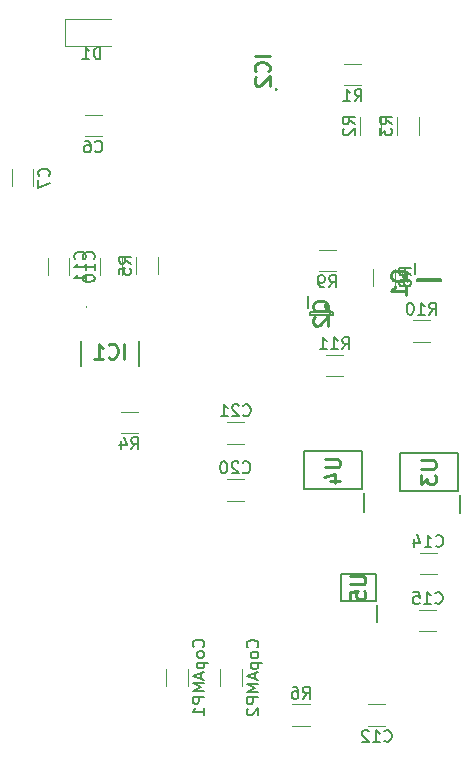
<source format=gbr>
%TF.GenerationSoftware,KiCad,Pcbnew,(5.1.12)-1*%
%TF.CreationDate,2021-12-15T12:49:01+01:00*%
%TF.ProjectId,HorseFOT_thomas_v1,486f7273-6546-44f5-945f-74686f6d6173,rev?*%
%TF.SameCoordinates,Original*%
%TF.FileFunction,Legend,Bot*%
%TF.FilePolarity,Positive*%
%FSLAX46Y46*%
G04 Gerber Fmt 4.6, Leading zero omitted, Abs format (unit mm)*
G04 Created by KiCad (PCBNEW (5.1.12)-1) date 2021-12-15 12:49:01*
%MOMM*%
%LPD*%
G01*
G04 APERTURE LIST*
%ADD10C,0.200000*%
%ADD11C,0.100000*%
%ADD12C,0.254000*%
%ADD13C,0.120000*%
%ADD14C,0.150000*%
G04 APERTURE END LIST*
D10*
%TO.C,IC1*%
X148172000Y-78670000D02*
X148172000Y-76570000D01*
X153072000Y-78670000D02*
X153072000Y-76570000D01*
D11*
X148622000Y-73670000D02*
X148622000Y-73670000D01*
X148622000Y-73570000D02*
X148622000Y-73570000D01*
X148622000Y-73670000D02*
G75*
G03*
X148622000Y-73570000I0J50000D01*
G01*
X148622000Y-73570000D02*
G75*
G03*
X148622000Y-73670000I0J-50000D01*
G01*
D12*
%TO.C,IC2*%
X164718000Y-55278000D02*
G75*
G03*
X164718000Y-55278000I-40000J0D01*
G01*
D10*
%TO.C,U5*%
X173254000Y-100309000D02*
X173254000Y-98909000D01*
X170204000Y-98559000D02*
X173204000Y-98559000D01*
X170204000Y-96259000D02*
X170204000Y-98559000D01*
X173204000Y-96259000D02*
X170204000Y-96259000D01*
X173204000Y-98559000D02*
X173204000Y-96259000D01*
%TO.C,U4*%
X172150000Y-91003000D02*
X172150000Y-89453000D01*
X167095000Y-89103000D02*
X171995000Y-89103000D01*
X167095000Y-85903000D02*
X167095000Y-89103000D01*
X171995000Y-85903000D02*
X167095000Y-85903000D01*
X171995000Y-89103000D02*
X171995000Y-85903000D01*
%TO.C,U3*%
X180278000Y-91130000D02*
X180278000Y-89580000D01*
X175223000Y-89230000D02*
X180123000Y-89230000D01*
X175223000Y-86030000D02*
X175223000Y-89230000D01*
X180123000Y-86030000D02*
X175223000Y-86030000D01*
X180123000Y-89230000D02*
X180123000Y-86030000D01*
D13*
%TO.C,R11*%
X170399064Y-77703000D02*
X168944936Y-77703000D01*
X170399064Y-79523000D02*
X168944936Y-79523000D01*
%TO.C,R10*%
X177765064Y-74782000D02*
X176310936Y-74782000D01*
X177765064Y-76602000D02*
X176310936Y-76602000D01*
%TO.C,R9*%
X168309936Y-70633000D02*
X169764064Y-70633000D01*
X168309936Y-68813000D02*
X169764064Y-68813000D01*
%TO.C,R8*%
X174773000Y-71873064D02*
X174773000Y-70418936D01*
X172953000Y-71873064D02*
X172953000Y-70418936D01*
%TO.C,R6*%
X167539564Y-107294000D02*
X166085436Y-107294000D01*
X167539564Y-109114000D02*
X166085436Y-109114000D01*
%TO.C,R5*%
X152887000Y-69442436D02*
X152887000Y-70896564D01*
X154707000Y-69442436D02*
X154707000Y-70896564D01*
%TO.C,R4*%
X151545936Y-84349000D02*
X153000064Y-84349000D01*
X151545936Y-82529000D02*
X153000064Y-82529000D01*
%TO.C,R3*%
X174985000Y-57631436D02*
X174985000Y-59085564D01*
X176805000Y-57631436D02*
X176805000Y-59085564D01*
%TO.C,R2*%
X171810000Y-57631436D02*
X171810000Y-59085564D01*
X173630000Y-57631436D02*
X173630000Y-59085564D01*
%TO.C,R1*%
X170468936Y-54885000D02*
X171923064Y-54885000D01*
X170468936Y-53065000D02*
X171923064Y-53065000D01*
D10*
%TO.C,Q2*%
X167369000Y-72779000D02*
X167369000Y-73779000D01*
X169544000Y-74129000D02*
X167544000Y-74129000D01*
X169544000Y-74329000D02*
X169544000Y-74129000D01*
X167544000Y-74329000D02*
X169544000Y-74329000D01*
X167544000Y-74129000D02*
X167544000Y-74329000D01*
%TO.C,Q1*%
X176498000Y-69924000D02*
X176498000Y-70924000D01*
X178673000Y-71274000D02*
X176673000Y-71274000D01*
X178673000Y-71474000D02*
X178673000Y-71274000D01*
X176673000Y-71474000D02*
X178673000Y-71474000D01*
X176673000Y-71274000D02*
X176673000Y-71474000D01*
D13*
%TO.C,D1*%
X150695000Y-51554000D02*
X146810000Y-51554000D01*
X146810000Y-51554000D02*
X146810000Y-49284000D01*
X146810000Y-49284000D02*
X150695000Y-49284000D01*
%TO.C,CopAMP2*%
X161819000Y-105778752D02*
X161819000Y-104356248D01*
X159999000Y-105778752D02*
X159999000Y-104356248D01*
%TO.C,CopAMP1*%
X157247000Y-105740252D02*
X157247000Y-104317748D01*
X155427000Y-105740252D02*
X155427000Y-104317748D01*
%TO.C,C21*%
X162001252Y-83418000D02*
X160578748Y-83418000D01*
X162001252Y-85238000D02*
X160578748Y-85238000D01*
%TO.C,C20*%
X161962752Y-88244000D02*
X160540248Y-88244000D01*
X161962752Y-90064000D02*
X160540248Y-90064000D01*
%TO.C,C15*%
X178257252Y-99293000D02*
X176834748Y-99293000D01*
X178257252Y-101113000D02*
X176834748Y-101113000D01*
%TO.C,C14*%
X178295752Y-94467000D02*
X176873248Y-94467000D01*
X178295752Y-96287000D02*
X176873248Y-96287000D01*
%TO.C,C12*%
X172516748Y-109114000D02*
X173939252Y-109114000D01*
X172516748Y-107294000D02*
X173939252Y-107294000D01*
%TO.C,C11*%
X147214000Y-70980752D02*
X147214000Y-69558248D01*
X145394000Y-70980752D02*
X145394000Y-69558248D01*
%TO.C,C10*%
X149839000Y-69558248D02*
X149839000Y-70980752D01*
X151659000Y-69558248D02*
X151659000Y-70980752D01*
%TO.C,C7*%
X144166000Y-63449252D02*
X144166000Y-62026748D01*
X142346000Y-63449252D02*
X142346000Y-62026748D01*
%TO.C,C6*%
X148513748Y-59203000D02*
X149936252Y-59203000D01*
X148513748Y-57383000D02*
X149936252Y-57383000D01*
%TO.C,IC1*%
D12*
X151861761Y-78044523D02*
X151861761Y-76774523D01*
X150531285Y-77923571D02*
X150591761Y-77984047D01*
X150773190Y-78044523D01*
X150894142Y-78044523D01*
X151075571Y-77984047D01*
X151196523Y-77863095D01*
X151257000Y-77742142D01*
X151317476Y-77500238D01*
X151317476Y-77318809D01*
X151257000Y-77076904D01*
X151196523Y-76955952D01*
X151075571Y-76835000D01*
X150894142Y-76774523D01*
X150773190Y-76774523D01*
X150591761Y-76835000D01*
X150531285Y-76895476D01*
X149321761Y-78044523D02*
X150047476Y-78044523D01*
X149684619Y-78044523D02*
X149684619Y-76774523D01*
X149805571Y-76955952D01*
X149926523Y-77076904D01*
X150047476Y-77137380D01*
%TO.C,IC2*%
X164158153Y-52397608D02*
X162888153Y-52397608D01*
X164037201Y-53728084D02*
X164097677Y-53667608D01*
X164158153Y-53486179D01*
X164158153Y-53365227D01*
X164097677Y-53183798D01*
X163976725Y-53062846D01*
X163855772Y-53002370D01*
X163613868Y-52941893D01*
X163432439Y-52941893D01*
X163190534Y-53002370D01*
X163069582Y-53062846D01*
X162948630Y-53183798D01*
X162888153Y-53365227D01*
X162888153Y-53486179D01*
X162948630Y-53667608D01*
X163009106Y-53728084D01*
X163009106Y-54211893D02*
X162948630Y-54272370D01*
X162888153Y-54393322D01*
X162888153Y-54695703D01*
X162948630Y-54816655D01*
X163009106Y-54877131D01*
X163130058Y-54937608D01*
X163251010Y-54937608D01*
X163432439Y-54877131D01*
X164158153Y-54151417D01*
X164158153Y-54937608D01*
%TO.C,U5*%
X171008523Y-96441380D02*
X172036619Y-96441380D01*
X172157571Y-96501857D01*
X172218047Y-96562333D01*
X172278523Y-96683285D01*
X172278523Y-96925190D01*
X172218047Y-97046142D01*
X172157571Y-97106619D01*
X172036619Y-97167095D01*
X171008523Y-97167095D01*
X171008523Y-98376619D02*
X171008523Y-97771857D01*
X171613285Y-97711380D01*
X171552809Y-97771857D01*
X171492333Y-97892809D01*
X171492333Y-98195190D01*
X171552809Y-98316142D01*
X171613285Y-98376619D01*
X171734238Y-98437095D01*
X172036619Y-98437095D01*
X172157571Y-98376619D01*
X172218047Y-98316142D01*
X172278523Y-98195190D01*
X172278523Y-97892809D01*
X172218047Y-97771857D01*
X172157571Y-97711380D01*
%TO.C,U4*%
X168849523Y-86535380D02*
X169877619Y-86535380D01*
X169998571Y-86595857D01*
X170059047Y-86656333D01*
X170119523Y-86777285D01*
X170119523Y-87019190D01*
X170059047Y-87140142D01*
X169998571Y-87200619D01*
X169877619Y-87261095D01*
X168849523Y-87261095D01*
X169272857Y-88410142D02*
X170119523Y-88410142D01*
X168789047Y-88107761D02*
X169696190Y-87805380D01*
X169696190Y-88591571D01*
%TO.C,U3*%
X176977523Y-86662380D02*
X178005619Y-86662380D01*
X178126571Y-86722857D01*
X178187047Y-86783333D01*
X178247523Y-86904285D01*
X178247523Y-87146190D01*
X178187047Y-87267142D01*
X178126571Y-87327619D01*
X178005619Y-87388095D01*
X176977523Y-87388095D01*
X176977523Y-87871904D02*
X176977523Y-88658095D01*
X177461333Y-88234761D01*
X177461333Y-88416190D01*
X177521809Y-88537142D01*
X177582285Y-88597619D01*
X177703238Y-88658095D01*
X178005619Y-88658095D01*
X178126571Y-88597619D01*
X178187047Y-88537142D01*
X178247523Y-88416190D01*
X178247523Y-88053333D01*
X178187047Y-87932380D01*
X178126571Y-87871904D01*
%TO.C,R11*%
D14*
X170314857Y-77245380D02*
X170648190Y-76769190D01*
X170886285Y-77245380D02*
X170886285Y-76245380D01*
X170505333Y-76245380D01*
X170410095Y-76293000D01*
X170362476Y-76340619D01*
X170314857Y-76435857D01*
X170314857Y-76578714D01*
X170362476Y-76673952D01*
X170410095Y-76721571D01*
X170505333Y-76769190D01*
X170886285Y-76769190D01*
X169362476Y-77245380D02*
X169933904Y-77245380D01*
X169648190Y-77245380D02*
X169648190Y-76245380D01*
X169743428Y-76388238D01*
X169838666Y-76483476D01*
X169933904Y-76531095D01*
X168410095Y-77245380D02*
X168981523Y-77245380D01*
X168695809Y-77245380D02*
X168695809Y-76245380D01*
X168791047Y-76388238D01*
X168886285Y-76483476D01*
X168981523Y-76531095D01*
%TO.C,R10*%
X177680857Y-74324380D02*
X178014190Y-73848190D01*
X178252285Y-74324380D02*
X178252285Y-73324380D01*
X177871333Y-73324380D01*
X177776095Y-73372000D01*
X177728476Y-73419619D01*
X177680857Y-73514857D01*
X177680857Y-73657714D01*
X177728476Y-73752952D01*
X177776095Y-73800571D01*
X177871333Y-73848190D01*
X178252285Y-73848190D01*
X176728476Y-74324380D02*
X177299904Y-74324380D01*
X177014190Y-74324380D02*
X177014190Y-73324380D01*
X177109428Y-73467238D01*
X177204666Y-73562476D01*
X177299904Y-73610095D01*
X176109428Y-73324380D02*
X176014190Y-73324380D01*
X175918952Y-73372000D01*
X175871333Y-73419619D01*
X175823714Y-73514857D01*
X175776095Y-73705333D01*
X175776095Y-73943428D01*
X175823714Y-74133904D01*
X175871333Y-74229142D01*
X175918952Y-74276761D01*
X176014190Y-74324380D01*
X176109428Y-74324380D01*
X176204666Y-74276761D01*
X176252285Y-74229142D01*
X176299904Y-74133904D01*
X176347523Y-73943428D01*
X176347523Y-73705333D01*
X176299904Y-73514857D01*
X176252285Y-73419619D01*
X176204666Y-73372000D01*
X176109428Y-73324380D01*
%TO.C,R9*%
X169203666Y-71995380D02*
X169537000Y-71519190D01*
X169775095Y-71995380D02*
X169775095Y-70995380D01*
X169394142Y-70995380D01*
X169298904Y-71043000D01*
X169251285Y-71090619D01*
X169203666Y-71185857D01*
X169203666Y-71328714D01*
X169251285Y-71423952D01*
X169298904Y-71471571D01*
X169394142Y-71519190D01*
X169775095Y-71519190D01*
X168727476Y-71995380D02*
X168537000Y-71995380D01*
X168441761Y-71947761D01*
X168394142Y-71900142D01*
X168298904Y-71757285D01*
X168251285Y-71566809D01*
X168251285Y-71185857D01*
X168298904Y-71090619D01*
X168346523Y-71043000D01*
X168441761Y-70995380D01*
X168632238Y-70995380D01*
X168727476Y-71043000D01*
X168775095Y-71090619D01*
X168822714Y-71185857D01*
X168822714Y-71423952D01*
X168775095Y-71519190D01*
X168727476Y-71566809D01*
X168632238Y-71614428D01*
X168441761Y-71614428D01*
X168346523Y-71566809D01*
X168298904Y-71519190D01*
X168251285Y-71423952D01*
%TO.C,R8*%
X176135380Y-70979333D02*
X175659190Y-70646000D01*
X176135380Y-70407904D02*
X175135380Y-70407904D01*
X175135380Y-70788857D01*
X175183000Y-70884095D01*
X175230619Y-70931714D01*
X175325857Y-70979333D01*
X175468714Y-70979333D01*
X175563952Y-70931714D01*
X175611571Y-70884095D01*
X175659190Y-70788857D01*
X175659190Y-70407904D01*
X175563952Y-71550761D02*
X175516333Y-71455523D01*
X175468714Y-71407904D01*
X175373476Y-71360285D01*
X175325857Y-71360285D01*
X175230619Y-71407904D01*
X175183000Y-71455523D01*
X175135380Y-71550761D01*
X175135380Y-71741238D01*
X175183000Y-71836476D01*
X175230619Y-71884095D01*
X175325857Y-71931714D01*
X175373476Y-71931714D01*
X175468714Y-71884095D01*
X175516333Y-71836476D01*
X175563952Y-71741238D01*
X175563952Y-71550761D01*
X175611571Y-71455523D01*
X175659190Y-71407904D01*
X175754428Y-71360285D01*
X175944904Y-71360285D01*
X176040142Y-71407904D01*
X176087761Y-71455523D01*
X176135380Y-71550761D01*
X176135380Y-71741238D01*
X176087761Y-71836476D01*
X176040142Y-71884095D01*
X175944904Y-71931714D01*
X175754428Y-71931714D01*
X175659190Y-71884095D01*
X175611571Y-71836476D01*
X175563952Y-71741238D01*
%TO.C,R6*%
X166979166Y-106836380D02*
X167312500Y-106360190D01*
X167550595Y-106836380D02*
X167550595Y-105836380D01*
X167169642Y-105836380D01*
X167074404Y-105884000D01*
X167026785Y-105931619D01*
X166979166Y-106026857D01*
X166979166Y-106169714D01*
X167026785Y-106264952D01*
X167074404Y-106312571D01*
X167169642Y-106360190D01*
X167550595Y-106360190D01*
X166122023Y-105836380D02*
X166312500Y-105836380D01*
X166407738Y-105884000D01*
X166455357Y-105931619D01*
X166550595Y-106074476D01*
X166598214Y-106264952D01*
X166598214Y-106645904D01*
X166550595Y-106741142D01*
X166502976Y-106788761D01*
X166407738Y-106836380D01*
X166217261Y-106836380D01*
X166122023Y-106788761D01*
X166074404Y-106741142D01*
X166026785Y-106645904D01*
X166026785Y-106407809D01*
X166074404Y-106312571D01*
X166122023Y-106264952D01*
X166217261Y-106217333D01*
X166407738Y-106217333D01*
X166502976Y-106264952D01*
X166550595Y-106312571D01*
X166598214Y-106407809D01*
%TO.C,R5*%
X152429380Y-70002833D02*
X151953190Y-69669500D01*
X152429380Y-69431404D02*
X151429380Y-69431404D01*
X151429380Y-69812357D01*
X151477000Y-69907595D01*
X151524619Y-69955214D01*
X151619857Y-70002833D01*
X151762714Y-70002833D01*
X151857952Y-69955214D01*
X151905571Y-69907595D01*
X151953190Y-69812357D01*
X151953190Y-69431404D01*
X151429380Y-70907595D02*
X151429380Y-70431404D01*
X151905571Y-70383785D01*
X151857952Y-70431404D01*
X151810333Y-70526642D01*
X151810333Y-70764738D01*
X151857952Y-70859976D01*
X151905571Y-70907595D01*
X152000809Y-70955214D01*
X152238904Y-70955214D01*
X152334142Y-70907595D01*
X152381761Y-70859976D01*
X152429380Y-70764738D01*
X152429380Y-70526642D01*
X152381761Y-70431404D01*
X152334142Y-70383785D01*
%TO.C,R4*%
X152439666Y-85711380D02*
X152773000Y-85235190D01*
X153011095Y-85711380D02*
X153011095Y-84711380D01*
X152630142Y-84711380D01*
X152534904Y-84759000D01*
X152487285Y-84806619D01*
X152439666Y-84901857D01*
X152439666Y-85044714D01*
X152487285Y-85139952D01*
X152534904Y-85187571D01*
X152630142Y-85235190D01*
X153011095Y-85235190D01*
X151582523Y-85044714D02*
X151582523Y-85711380D01*
X151820619Y-84663761D02*
X152058714Y-85378047D01*
X151439666Y-85378047D01*
%TO.C,R3*%
X174527380Y-58191833D02*
X174051190Y-57858500D01*
X174527380Y-57620404D02*
X173527380Y-57620404D01*
X173527380Y-58001357D01*
X173575000Y-58096595D01*
X173622619Y-58144214D01*
X173717857Y-58191833D01*
X173860714Y-58191833D01*
X173955952Y-58144214D01*
X174003571Y-58096595D01*
X174051190Y-58001357D01*
X174051190Y-57620404D01*
X173527380Y-58525166D02*
X173527380Y-59144214D01*
X173908333Y-58810880D01*
X173908333Y-58953738D01*
X173955952Y-59048976D01*
X174003571Y-59096595D01*
X174098809Y-59144214D01*
X174336904Y-59144214D01*
X174432142Y-59096595D01*
X174479761Y-59048976D01*
X174527380Y-58953738D01*
X174527380Y-58668023D01*
X174479761Y-58572785D01*
X174432142Y-58525166D01*
%TO.C,R2*%
X171352380Y-58191833D02*
X170876190Y-57858500D01*
X171352380Y-57620404D02*
X170352380Y-57620404D01*
X170352380Y-58001357D01*
X170400000Y-58096595D01*
X170447619Y-58144214D01*
X170542857Y-58191833D01*
X170685714Y-58191833D01*
X170780952Y-58144214D01*
X170828571Y-58096595D01*
X170876190Y-58001357D01*
X170876190Y-57620404D01*
X170447619Y-58572785D02*
X170400000Y-58620404D01*
X170352380Y-58715642D01*
X170352380Y-58953738D01*
X170400000Y-59048976D01*
X170447619Y-59096595D01*
X170542857Y-59144214D01*
X170638095Y-59144214D01*
X170780952Y-59096595D01*
X171352380Y-58525166D01*
X171352380Y-59144214D01*
%TO.C,R1*%
X171362666Y-56247380D02*
X171696000Y-55771190D01*
X171934095Y-56247380D02*
X171934095Y-55247380D01*
X171553142Y-55247380D01*
X171457904Y-55295000D01*
X171410285Y-55342619D01*
X171362666Y-55437857D01*
X171362666Y-55580714D01*
X171410285Y-55675952D01*
X171457904Y-55723571D01*
X171553142Y-55771190D01*
X171934095Y-55771190D01*
X170410285Y-56247380D02*
X170981714Y-56247380D01*
X170696000Y-56247380D02*
X170696000Y-55247380D01*
X170791238Y-55390238D01*
X170886476Y-55485476D01*
X170981714Y-55533095D01*
%TO.C,Q2*%
D12*
X169239476Y-74108047D02*
X169179000Y-73987095D01*
X169058047Y-73866142D01*
X168876619Y-73684714D01*
X168816142Y-73563761D01*
X168816142Y-73442809D01*
X169118523Y-73503285D02*
X169058047Y-73382333D01*
X168937095Y-73261380D01*
X168695190Y-73200904D01*
X168271857Y-73200904D01*
X168029952Y-73261380D01*
X167909000Y-73382333D01*
X167848523Y-73503285D01*
X167848523Y-73745190D01*
X167909000Y-73866142D01*
X168029952Y-73987095D01*
X168271857Y-74047571D01*
X168695190Y-74047571D01*
X168937095Y-73987095D01*
X169058047Y-73866142D01*
X169118523Y-73745190D01*
X169118523Y-73503285D01*
X167969476Y-74531380D02*
X167909000Y-74591857D01*
X167848523Y-74712809D01*
X167848523Y-75015190D01*
X167909000Y-75136142D01*
X167969476Y-75196619D01*
X168090428Y-75257095D01*
X168211380Y-75257095D01*
X168392809Y-75196619D01*
X169118523Y-74470904D01*
X169118523Y-75257095D01*
%TO.C,Q1*%
X175828476Y-71507047D02*
X175768000Y-71386095D01*
X175647047Y-71265142D01*
X175465619Y-71083714D01*
X175405142Y-70962761D01*
X175405142Y-70841809D01*
X175707523Y-70902285D02*
X175647047Y-70781333D01*
X175526095Y-70660380D01*
X175284190Y-70599904D01*
X174860857Y-70599904D01*
X174618952Y-70660380D01*
X174498000Y-70781333D01*
X174437523Y-70902285D01*
X174437523Y-71144190D01*
X174498000Y-71265142D01*
X174618952Y-71386095D01*
X174860857Y-71446571D01*
X175284190Y-71446571D01*
X175526095Y-71386095D01*
X175647047Y-71265142D01*
X175707523Y-71144190D01*
X175707523Y-70902285D01*
X175707523Y-72656095D02*
X175707523Y-71930380D01*
X175707523Y-72293238D02*
X174437523Y-72293238D01*
X174618952Y-72172285D01*
X174739904Y-72051333D01*
X174800380Y-71930380D01*
%TO.C,D1*%
D14*
X149833095Y-52691380D02*
X149833095Y-51691380D01*
X149595000Y-51691380D01*
X149452142Y-51739000D01*
X149356904Y-51834238D01*
X149309285Y-51929476D01*
X149261666Y-52119952D01*
X149261666Y-52262809D01*
X149309285Y-52453285D01*
X149356904Y-52548523D01*
X149452142Y-52643761D01*
X149595000Y-52691380D01*
X149833095Y-52691380D01*
X148309285Y-52691380D02*
X148880714Y-52691380D01*
X148595000Y-52691380D02*
X148595000Y-51691380D01*
X148690238Y-51834238D01*
X148785476Y-51929476D01*
X148880714Y-51977095D01*
%TO.C,CopAMP2*%
X163116142Y-102496071D02*
X163163761Y-102448452D01*
X163211380Y-102305595D01*
X163211380Y-102210357D01*
X163163761Y-102067500D01*
X163068523Y-101972261D01*
X162973285Y-101924642D01*
X162782809Y-101877023D01*
X162639952Y-101877023D01*
X162449476Y-101924642D01*
X162354238Y-101972261D01*
X162259000Y-102067500D01*
X162211380Y-102210357D01*
X162211380Y-102305595D01*
X162259000Y-102448452D01*
X162306619Y-102496071D01*
X163211380Y-103067500D02*
X163163761Y-102972261D01*
X163116142Y-102924642D01*
X163020904Y-102877023D01*
X162735190Y-102877023D01*
X162639952Y-102924642D01*
X162592333Y-102972261D01*
X162544714Y-103067500D01*
X162544714Y-103210357D01*
X162592333Y-103305595D01*
X162639952Y-103353214D01*
X162735190Y-103400833D01*
X163020904Y-103400833D01*
X163116142Y-103353214D01*
X163163761Y-103305595D01*
X163211380Y-103210357D01*
X163211380Y-103067500D01*
X162544714Y-103829404D02*
X163544714Y-103829404D01*
X162592333Y-103829404D02*
X162544714Y-103924642D01*
X162544714Y-104115119D01*
X162592333Y-104210357D01*
X162639952Y-104257976D01*
X162735190Y-104305595D01*
X163020904Y-104305595D01*
X163116142Y-104257976D01*
X163163761Y-104210357D01*
X163211380Y-104115119D01*
X163211380Y-103924642D01*
X163163761Y-103829404D01*
X162925666Y-104686547D02*
X162925666Y-105162738D01*
X163211380Y-104591309D02*
X162211380Y-104924642D01*
X163211380Y-105257976D01*
X163211380Y-105591309D02*
X162211380Y-105591309D01*
X162925666Y-105924642D01*
X162211380Y-106257976D01*
X163211380Y-106257976D01*
X163211380Y-106734166D02*
X162211380Y-106734166D01*
X162211380Y-107115119D01*
X162259000Y-107210357D01*
X162306619Y-107257976D01*
X162401857Y-107305595D01*
X162544714Y-107305595D01*
X162639952Y-107257976D01*
X162687571Y-107210357D01*
X162735190Y-107115119D01*
X162735190Y-106734166D01*
X162306619Y-107686547D02*
X162259000Y-107734166D01*
X162211380Y-107829404D01*
X162211380Y-108067500D01*
X162259000Y-108162738D01*
X162306619Y-108210357D01*
X162401857Y-108257976D01*
X162497095Y-108257976D01*
X162639952Y-108210357D01*
X163211380Y-107638928D01*
X163211380Y-108257976D01*
%TO.C,CopAMP1*%
X158544142Y-102457571D02*
X158591761Y-102409952D01*
X158639380Y-102267095D01*
X158639380Y-102171857D01*
X158591761Y-102029000D01*
X158496523Y-101933761D01*
X158401285Y-101886142D01*
X158210809Y-101838523D01*
X158067952Y-101838523D01*
X157877476Y-101886142D01*
X157782238Y-101933761D01*
X157687000Y-102029000D01*
X157639380Y-102171857D01*
X157639380Y-102267095D01*
X157687000Y-102409952D01*
X157734619Y-102457571D01*
X158639380Y-103029000D02*
X158591761Y-102933761D01*
X158544142Y-102886142D01*
X158448904Y-102838523D01*
X158163190Y-102838523D01*
X158067952Y-102886142D01*
X158020333Y-102933761D01*
X157972714Y-103029000D01*
X157972714Y-103171857D01*
X158020333Y-103267095D01*
X158067952Y-103314714D01*
X158163190Y-103362333D01*
X158448904Y-103362333D01*
X158544142Y-103314714D01*
X158591761Y-103267095D01*
X158639380Y-103171857D01*
X158639380Y-103029000D01*
X157972714Y-103790904D02*
X158972714Y-103790904D01*
X158020333Y-103790904D02*
X157972714Y-103886142D01*
X157972714Y-104076619D01*
X158020333Y-104171857D01*
X158067952Y-104219476D01*
X158163190Y-104267095D01*
X158448904Y-104267095D01*
X158544142Y-104219476D01*
X158591761Y-104171857D01*
X158639380Y-104076619D01*
X158639380Y-103886142D01*
X158591761Y-103790904D01*
X158353666Y-104648047D02*
X158353666Y-105124238D01*
X158639380Y-104552809D02*
X157639380Y-104886142D01*
X158639380Y-105219476D01*
X158639380Y-105552809D02*
X157639380Y-105552809D01*
X158353666Y-105886142D01*
X157639380Y-106219476D01*
X158639380Y-106219476D01*
X158639380Y-106695666D02*
X157639380Y-106695666D01*
X157639380Y-107076619D01*
X157687000Y-107171857D01*
X157734619Y-107219476D01*
X157829857Y-107267095D01*
X157972714Y-107267095D01*
X158067952Y-107219476D01*
X158115571Y-107171857D01*
X158163190Y-107076619D01*
X158163190Y-106695666D01*
X158639380Y-108219476D02*
X158639380Y-107648047D01*
X158639380Y-107933761D02*
X157639380Y-107933761D01*
X157782238Y-107838523D01*
X157877476Y-107743285D01*
X157925095Y-107648047D01*
%TO.C,C21*%
X161932857Y-82835142D02*
X161980476Y-82882761D01*
X162123333Y-82930380D01*
X162218571Y-82930380D01*
X162361428Y-82882761D01*
X162456666Y-82787523D01*
X162504285Y-82692285D01*
X162551904Y-82501809D01*
X162551904Y-82358952D01*
X162504285Y-82168476D01*
X162456666Y-82073238D01*
X162361428Y-81978000D01*
X162218571Y-81930380D01*
X162123333Y-81930380D01*
X161980476Y-81978000D01*
X161932857Y-82025619D01*
X161551904Y-82025619D02*
X161504285Y-81978000D01*
X161409047Y-81930380D01*
X161170952Y-81930380D01*
X161075714Y-81978000D01*
X161028095Y-82025619D01*
X160980476Y-82120857D01*
X160980476Y-82216095D01*
X161028095Y-82358952D01*
X161599523Y-82930380D01*
X160980476Y-82930380D01*
X160028095Y-82930380D02*
X160599523Y-82930380D01*
X160313809Y-82930380D02*
X160313809Y-81930380D01*
X160409047Y-82073238D01*
X160504285Y-82168476D01*
X160599523Y-82216095D01*
%TO.C,C20*%
X161894357Y-87661142D02*
X161941976Y-87708761D01*
X162084833Y-87756380D01*
X162180071Y-87756380D01*
X162322928Y-87708761D01*
X162418166Y-87613523D01*
X162465785Y-87518285D01*
X162513404Y-87327809D01*
X162513404Y-87184952D01*
X162465785Y-86994476D01*
X162418166Y-86899238D01*
X162322928Y-86804000D01*
X162180071Y-86756380D01*
X162084833Y-86756380D01*
X161941976Y-86804000D01*
X161894357Y-86851619D01*
X161513404Y-86851619D02*
X161465785Y-86804000D01*
X161370547Y-86756380D01*
X161132452Y-86756380D01*
X161037214Y-86804000D01*
X160989595Y-86851619D01*
X160941976Y-86946857D01*
X160941976Y-87042095D01*
X160989595Y-87184952D01*
X161561023Y-87756380D01*
X160941976Y-87756380D01*
X160322928Y-86756380D02*
X160227690Y-86756380D01*
X160132452Y-86804000D01*
X160084833Y-86851619D01*
X160037214Y-86946857D01*
X159989595Y-87137333D01*
X159989595Y-87375428D01*
X160037214Y-87565904D01*
X160084833Y-87661142D01*
X160132452Y-87708761D01*
X160227690Y-87756380D01*
X160322928Y-87756380D01*
X160418166Y-87708761D01*
X160465785Y-87661142D01*
X160513404Y-87565904D01*
X160561023Y-87375428D01*
X160561023Y-87137333D01*
X160513404Y-86946857D01*
X160465785Y-86851619D01*
X160418166Y-86804000D01*
X160322928Y-86756380D01*
%TO.C,C15*%
X178188857Y-98710142D02*
X178236476Y-98757761D01*
X178379333Y-98805380D01*
X178474571Y-98805380D01*
X178617428Y-98757761D01*
X178712666Y-98662523D01*
X178760285Y-98567285D01*
X178807904Y-98376809D01*
X178807904Y-98233952D01*
X178760285Y-98043476D01*
X178712666Y-97948238D01*
X178617428Y-97853000D01*
X178474571Y-97805380D01*
X178379333Y-97805380D01*
X178236476Y-97853000D01*
X178188857Y-97900619D01*
X177236476Y-98805380D02*
X177807904Y-98805380D01*
X177522190Y-98805380D02*
X177522190Y-97805380D01*
X177617428Y-97948238D01*
X177712666Y-98043476D01*
X177807904Y-98091095D01*
X176331714Y-97805380D02*
X176807904Y-97805380D01*
X176855523Y-98281571D01*
X176807904Y-98233952D01*
X176712666Y-98186333D01*
X176474571Y-98186333D01*
X176379333Y-98233952D01*
X176331714Y-98281571D01*
X176284095Y-98376809D01*
X176284095Y-98614904D01*
X176331714Y-98710142D01*
X176379333Y-98757761D01*
X176474571Y-98805380D01*
X176712666Y-98805380D01*
X176807904Y-98757761D01*
X176855523Y-98710142D01*
%TO.C,C14*%
X178227357Y-93884142D02*
X178274976Y-93931761D01*
X178417833Y-93979380D01*
X178513071Y-93979380D01*
X178655928Y-93931761D01*
X178751166Y-93836523D01*
X178798785Y-93741285D01*
X178846404Y-93550809D01*
X178846404Y-93407952D01*
X178798785Y-93217476D01*
X178751166Y-93122238D01*
X178655928Y-93027000D01*
X178513071Y-92979380D01*
X178417833Y-92979380D01*
X178274976Y-93027000D01*
X178227357Y-93074619D01*
X177274976Y-93979380D02*
X177846404Y-93979380D01*
X177560690Y-93979380D02*
X177560690Y-92979380D01*
X177655928Y-93122238D01*
X177751166Y-93217476D01*
X177846404Y-93265095D01*
X176417833Y-93312714D02*
X176417833Y-93979380D01*
X176655928Y-92931761D02*
X176894023Y-93646047D01*
X176274976Y-93646047D01*
%TO.C,C12*%
X173870857Y-110411142D02*
X173918476Y-110458761D01*
X174061333Y-110506380D01*
X174156571Y-110506380D01*
X174299428Y-110458761D01*
X174394666Y-110363523D01*
X174442285Y-110268285D01*
X174489904Y-110077809D01*
X174489904Y-109934952D01*
X174442285Y-109744476D01*
X174394666Y-109649238D01*
X174299428Y-109554000D01*
X174156571Y-109506380D01*
X174061333Y-109506380D01*
X173918476Y-109554000D01*
X173870857Y-109601619D01*
X172918476Y-110506380D02*
X173489904Y-110506380D01*
X173204190Y-110506380D02*
X173204190Y-109506380D01*
X173299428Y-109649238D01*
X173394666Y-109744476D01*
X173489904Y-109792095D01*
X172537523Y-109601619D02*
X172489904Y-109554000D01*
X172394666Y-109506380D01*
X172156571Y-109506380D01*
X172061333Y-109554000D01*
X172013714Y-109601619D01*
X171966095Y-109696857D01*
X171966095Y-109792095D01*
X172013714Y-109934952D01*
X172585142Y-110506380D01*
X171966095Y-110506380D01*
%TO.C,C11*%
X148511142Y-69626642D02*
X148558761Y-69579023D01*
X148606380Y-69436166D01*
X148606380Y-69340928D01*
X148558761Y-69198071D01*
X148463523Y-69102833D01*
X148368285Y-69055214D01*
X148177809Y-69007595D01*
X148034952Y-69007595D01*
X147844476Y-69055214D01*
X147749238Y-69102833D01*
X147654000Y-69198071D01*
X147606380Y-69340928D01*
X147606380Y-69436166D01*
X147654000Y-69579023D01*
X147701619Y-69626642D01*
X148606380Y-70579023D02*
X148606380Y-70007595D01*
X148606380Y-70293309D02*
X147606380Y-70293309D01*
X147749238Y-70198071D01*
X147844476Y-70102833D01*
X147892095Y-70007595D01*
X148606380Y-71531404D02*
X148606380Y-70959976D01*
X148606380Y-71245690D02*
X147606380Y-71245690D01*
X147749238Y-71150452D01*
X147844476Y-71055214D01*
X147892095Y-70959976D01*
%TO.C,C10*%
X149256142Y-69626642D02*
X149303761Y-69579023D01*
X149351380Y-69436166D01*
X149351380Y-69340928D01*
X149303761Y-69198071D01*
X149208523Y-69102833D01*
X149113285Y-69055214D01*
X148922809Y-69007595D01*
X148779952Y-69007595D01*
X148589476Y-69055214D01*
X148494238Y-69102833D01*
X148399000Y-69198071D01*
X148351380Y-69340928D01*
X148351380Y-69436166D01*
X148399000Y-69579023D01*
X148446619Y-69626642D01*
X149351380Y-70579023D02*
X149351380Y-70007595D01*
X149351380Y-70293309D02*
X148351380Y-70293309D01*
X148494238Y-70198071D01*
X148589476Y-70102833D01*
X148637095Y-70007595D01*
X148351380Y-71198071D02*
X148351380Y-71293309D01*
X148399000Y-71388547D01*
X148446619Y-71436166D01*
X148541857Y-71483785D01*
X148732333Y-71531404D01*
X148970428Y-71531404D01*
X149160904Y-71483785D01*
X149256142Y-71436166D01*
X149303761Y-71388547D01*
X149351380Y-71293309D01*
X149351380Y-71198071D01*
X149303761Y-71102833D01*
X149256142Y-71055214D01*
X149160904Y-71007595D01*
X148970428Y-70959976D01*
X148732333Y-70959976D01*
X148541857Y-71007595D01*
X148446619Y-71055214D01*
X148399000Y-71102833D01*
X148351380Y-71198071D01*
%TO.C,C7*%
X145463142Y-62571333D02*
X145510761Y-62523714D01*
X145558380Y-62380857D01*
X145558380Y-62285619D01*
X145510761Y-62142761D01*
X145415523Y-62047523D01*
X145320285Y-61999904D01*
X145129809Y-61952285D01*
X144986952Y-61952285D01*
X144796476Y-61999904D01*
X144701238Y-62047523D01*
X144606000Y-62142761D01*
X144558380Y-62285619D01*
X144558380Y-62380857D01*
X144606000Y-62523714D01*
X144653619Y-62571333D01*
X144558380Y-62904666D02*
X144558380Y-63571333D01*
X145558380Y-63142761D01*
%TO.C,C6*%
X149391666Y-60500142D02*
X149439285Y-60547761D01*
X149582142Y-60595380D01*
X149677380Y-60595380D01*
X149820238Y-60547761D01*
X149915476Y-60452523D01*
X149963095Y-60357285D01*
X150010714Y-60166809D01*
X150010714Y-60023952D01*
X149963095Y-59833476D01*
X149915476Y-59738238D01*
X149820238Y-59643000D01*
X149677380Y-59595380D01*
X149582142Y-59595380D01*
X149439285Y-59643000D01*
X149391666Y-59690619D01*
X148534523Y-59595380D02*
X148725000Y-59595380D01*
X148820238Y-59643000D01*
X148867857Y-59690619D01*
X148963095Y-59833476D01*
X149010714Y-60023952D01*
X149010714Y-60404904D01*
X148963095Y-60500142D01*
X148915476Y-60547761D01*
X148820238Y-60595380D01*
X148629761Y-60595380D01*
X148534523Y-60547761D01*
X148486904Y-60500142D01*
X148439285Y-60404904D01*
X148439285Y-60166809D01*
X148486904Y-60071571D01*
X148534523Y-60023952D01*
X148629761Y-59976333D01*
X148820238Y-59976333D01*
X148915476Y-60023952D01*
X148963095Y-60071571D01*
X149010714Y-60166809D01*
%TD*%
M02*

</source>
